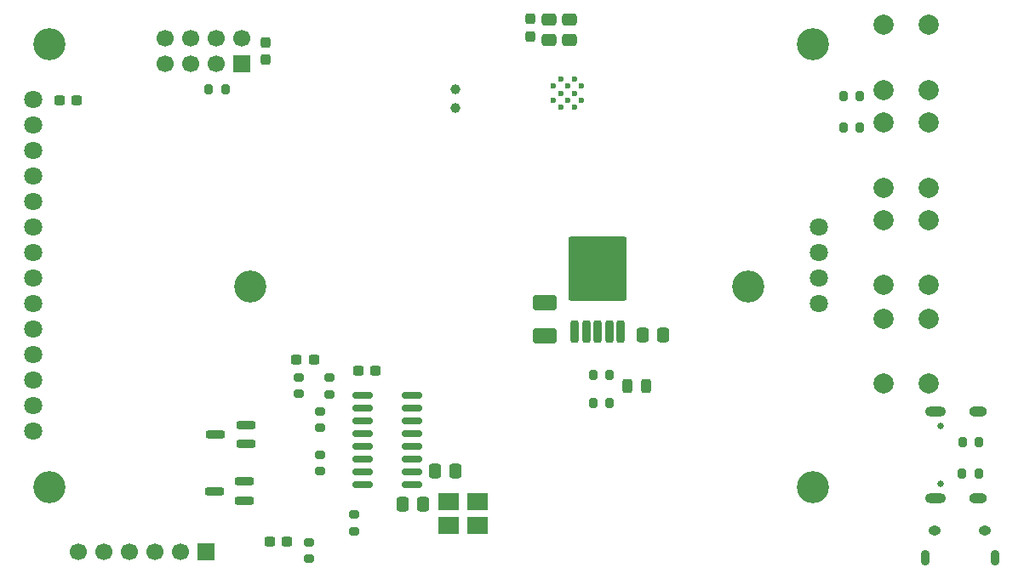
<source format=gbs>
%TF.GenerationSoftware,KiCad,Pcbnew,9.0.1*%
%TF.CreationDate,2025-11-26T22:59:04+01:00*%
%TF.ProjectId,stacja_pogody_modu__wew,73746163-6a61-45f7-906f-676f64795f6d,rev?*%
%TF.SameCoordinates,Original*%
%TF.FileFunction,Soldermask,Bot*%
%TF.FilePolarity,Negative*%
%FSLAX46Y46*%
G04 Gerber Fmt 4.6, Leading zero omitted, Abs format (unit mm)*
G04 Created by KiCad (PCBNEW 9.0.1) date 2025-11-26 22:59:04*
%MOMM*%
%LPD*%
G01*
G04 APERTURE LIST*
G04 Aperture macros list*
%AMRoundRect*
0 Rectangle with rounded corners*
0 $1 Rounding radius*
0 $2 $3 $4 $5 $6 $7 $8 $9 X,Y pos of 4 corners*
0 Add a 4 corners polygon primitive as box body*
4,1,4,$2,$3,$4,$5,$6,$7,$8,$9,$2,$3,0*
0 Add four circle primitives for the rounded corners*
1,1,$1+$1,$2,$3*
1,1,$1+$1,$4,$5*
1,1,$1+$1,$6,$7*
1,1,$1+$1,$8,$9*
0 Add four rect primitives between the rounded corners*
20,1,$1+$1,$2,$3,$4,$5,0*
20,1,$1+$1,$4,$5,$6,$7,0*
20,1,$1+$1,$6,$7,$8,$9,0*
20,1,$1+$1,$8,$9,$2,$3,0*%
G04 Aperture macros list end*
%ADD10C,3.200000*%
%ADD11R,1.700000X1.700000*%
%ADD12C,1.700000*%
%ADD13C,2.000000*%
%ADD14C,1.000000*%
%ADD15C,0.650000*%
%ADD16O,2.100000X1.000000*%
%ADD17O,1.800000X1.000000*%
%ADD18O,0.890000X1.550000*%
%ADD19O,1.250000X0.950000*%
%ADD20RoundRect,0.200000X0.200000X0.275000X-0.200000X0.275000X-0.200000X-0.275000X0.200000X-0.275000X0*%
%ADD21RoundRect,0.200000X0.275000X-0.200000X0.275000X0.200000X-0.275000X0.200000X-0.275000X-0.200000X0*%
%ADD22RoundRect,0.200000X0.750000X0.200000X-0.750000X0.200000X-0.750000X-0.200000X0.750000X-0.200000X0*%
%ADD23RoundRect,0.250000X0.337500X0.475000X-0.337500X0.475000X-0.337500X-0.475000X0.337500X-0.475000X0*%
%ADD24RoundRect,0.250000X-0.475000X0.337500X-0.475000X-0.337500X0.475000X-0.337500X0.475000X0.337500X0*%
%ADD25RoundRect,0.237500X0.300000X0.237500X-0.300000X0.237500X-0.300000X-0.237500X0.300000X-0.237500X0*%
%ADD26RoundRect,0.237500X-0.300000X-0.237500X0.300000X-0.237500X0.300000X0.237500X-0.300000X0.237500X0*%
%ADD27RoundRect,0.237500X0.237500X-0.300000X0.237500X0.300000X-0.237500X0.300000X-0.237500X-0.300000X0*%
%ADD28RoundRect,0.200000X-0.200000X-0.275000X0.200000X-0.275000X0.200000X0.275000X-0.200000X0.275000X0*%
%ADD29RoundRect,0.237500X-0.237500X0.300000X-0.237500X-0.300000X0.237500X-0.300000X0.237500X0.300000X0*%
%ADD30RoundRect,0.200000X-0.275000X0.200000X-0.275000X-0.200000X0.275000X-0.200000X0.275000X0.200000X0*%
%ADD31RoundRect,0.250000X-0.337500X-0.475000X0.337500X-0.475000X0.337500X0.475000X-0.337500X0.475000X0*%
%ADD32RoundRect,0.200000X0.200000X-0.900000X0.200000X0.900000X-0.200000X0.900000X-0.200000X-0.900000X0*%
%ADD33RoundRect,0.249997X2.650003X-2.950003X2.650003X2.950003X-2.650003X2.950003X-2.650003X-2.950003X0*%
%ADD34RoundRect,0.250001X0.944999X-0.507499X0.944999X0.507499X-0.944999X0.507499X-0.944999X-0.507499X0*%
%ADD35RoundRect,0.243750X0.243750X0.456250X-0.243750X0.456250X-0.243750X-0.456250X0.243750X-0.456250X0*%
%ADD36R,2.100000X1.800000*%
%ADD37RoundRect,0.150000X0.825000X0.150000X-0.825000X0.150000X-0.825000X-0.150000X0.825000X-0.150000X0*%
%ADD38C,1.800000*%
%ADD39C,0.600000*%
G04 APERTURE END LIST*
D10*
%TO.C,H2*%
X174500000Y-87000000D03*
%TD*%
D11*
%TO.C,J2*%
X120620000Y-113440000D03*
D12*
X118080000Y-113440000D03*
X115540000Y-113440000D03*
X113000000Y-113440000D03*
X110460000Y-113440000D03*
X107920000Y-113440000D03*
%TD*%
D13*
%TO.C,SW4*%
X192440000Y-90190000D03*
X192440000Y-96690000D03*
X187940000Y-90190000D03*
X187940000Y-96690000D03*
%TD*%
D14*
%TO.C,Y2*%
X145360000Y-67370000D03*
X145360000Y-69270000D03*
%TD*%
D13*
%TO.C,SW3*%
X192480000Y-80370000D03*
X192480000Y-86870000D03*
X187980000Y-80370000D03*
X187980000Y-86870000D03*
%TD*%
%TO.C,SW2*%
X187990000Y-67460000D03*
X187990000Y-60960000D03*
X192490000Y-67460000D03*
X192490000Y-60960000D03*
%TD*%
D10*
%TO.C,H1*%
X125000000Y-87000000D03*
%TD*%
D15*
%TO.C,J3*%
X193675000Y-106650000D03*
X193675000Y-100870000D03*
D16*
X193175000Y-108080000D03*
D17*
X197355000Y-108080000D03*
D16*
X193175000Y-99440000D03*
D17*
X197355000Y-99440000D03*
%TD*%
D18*
%TO.C,J1*%
X192090000Y-113990000D03*
D19*
X193090000Y-111290000D03*
X198090000Y-111290000D03*
D18*
X199090000Y-113990000D03*
%TD*%
D13*
%TO.C,SW1*%
X187990000Y-77180000D03*
X187990000Y-70680000D03*
X192490000Y-77180000D03*
X192490000Y-70680000D03*
%TD*%
D20*
%TO.C,R5*%
X197455000Y-105670000D03*
X195805000Y-105670000D03*
%TD*%
%TO.C,R2*%
X185625000Y-71140000D03*
X183975000Y-71140000D03*
%TD*%
D21*
%TO.C,R9*%
X131940000Y-101095000D03*
X131940000Y-99445000D03*
%TD*%
%TO.C,R8*%
X131910000Y-105405000D03*
X131910000Y-103755000D03*
%TD*%
D22*
%TO.C,Q1*%
X124430000Y-106440000D03*
X124430000Y-108340000D03*
X121430000Y-107390000D03*
%TD*%
D20*
%TO.C,R18*%
X122495000Y-67390000D03*
X120845000Y-67390000D03*
%TD*%
D23*
%TO.C,C9*%
X142197500Y-108690000D03*
X140122500Y-108690000D03*
%TD*%
D24*
%TO.C,C5*%
X156700000Y-60402500D03*
X156700000Y-62477500D03*
%TD*%
D25*
%TO.C,C13*%
X131302500Y-94310000D03*
X129577500Y-94310000D03*
%TD*%
%TO.C,C7*%
X107712500Y-68510000D03*
X105987500Y-68510000D03*
%TD*%
D26*
%TO.C,C11*%
X135747500Y-95410000D03*
X137472500Y-95410000D03*
%TD*%
D11*
%TO.C,U5*%
X124170000Y-64840000D03*
D12*
X124170000Y-62300000D03*
X121630000Y-64840000D03*
X121630000Y-62300000D03*
X119090000Y-64840000D03*
X119090000Y-62300000D03*
X116550000Y-64840000D03*
X116550000Y-62300000D03*
%TD*%
D27*
%TO.C,C6*%
X126550000Y-64430000D03*
X126550000Y-62705000D03*
%TD*%
D28*
%TO.C,R7*%
X159065000Y-95860000D03*
X160715000Y-95860000D03*
%TD*%
D29*
%TO.C,C2*%
X152840000Y-60357500D03*
X152840000Y-62082500D03*
%TD*%
D30*
%TO.C,R12*%
X129830000Y-96050000D03*
X129830000Y-97700000D03*
%TD*%
D21*
%TO.C,R10*%
X132820000Y-97765000D03*
X132820000Y-96115000D03*
%TD*%
%TO.C,R11*%
X135340000Y-111375000D03*
X135340000Y-109725000D03*
%TD*%
D22*
%TO.C,Q2*%
X124520000Y-100790000D03*
X124520000Y-102690000D03*
X121520000Y-101740000D03*
%TD*%
D20*
%TO.C,R4*%
X185635000Y-68070000D03*
X183985000Y-68070000D03*
%TD*%
D23*
%TO.C,C10*%
X166057500Y-91870000D03*
X163982500Y-91870000D03*
%TD*%
D28*
%TO.C,R15*%
X159085000Y-98640000D03*
X160735000Y-98640000D03*
%TD*%
D31*
%TO.C,C8*%
X143342500Y-105420000D03*
X145417500Y-105420000D03*
%TD*%
D32*
%TO.C,U7*%
X161835000Y-91505000D03*
X160695000Y-91505000D03*
X159555000Y-91505000D03*
D33*
X159555000Y-85205000D03*
D32*
X158415000Y-91505000D03*
X157275000Y-91505000D03*
%TD*%
D20*
%TO.C,R6*%
X197500000Y-102480000D03*
X195850000Y-102480000D03*
%TD*%
D30*
%TO.C,R14*%
X130800000Y-112495000D03*
X130800000Y-114145000D03*
%TD*%
D34*
%TO.C,C12*%
X154270000Y-91885000D03*
X154270000Y-88630000D03*
%TD*%
D35*
%TO.C,D2*%
X164387500Y-96930000D03*
X162512500Y-96930000D03*
%TD*%
D24*
%TO.C,C4*%
X154670000Y-60402500D03*
X154670000Y-62477500D03*
%TD*%
D36*
%TO.C,Y1*%
X144680000Y-108470000D03*
X147580000Y-108470000D03*
X147580000Y-110770000D03*
X144680000Y-110770000D03*
%TD*%
D37*
%TO.C,U6*%
X141090000Y-97830000D03*
X141090000Y-99100000D03*
X141090000Y-100370000D03*
X141090000Y-101640000D03*
X141090000Y-102910000D03*
X141090000Y-104180000D03*
X141090000Y-105450000D03*
X141090000Y-106720000D03*
X136140000Y-106720000D03*
X136140000Y-105450000D03*
X136140000Y-104180000D03*
X136140000Y-102910000D03*
X136140000Y-101640000D03*
X136140000Y-100370000D03*
X136140000Y-99100000D03*
X136140000Y-97830000D03*
%TD*%
D25*
%TO.C,C14*%
X128662500Y-112420000D03*
X126937500Y-112420000D03*
%TD*%
D10*
%TO.C,U3*%
X180918400Y-106995026D03*
X180918044Y-62894849D03*
X105024743Y-62907515D03*
X105018400Y-106995026D03*
D38*
X103419672Y-68399569D03*
X103419672Y-70939569D03*
X103419672Y-73479569D03*
X103419672Y-76019569D03*
X103419672Y-78559569D03*
X103419672Y-81099569D03*
X103419672Y-83639569D03*
X103419672Y-86179569D03*
X103419672Y-88719569D03*
X103419672Y-91259569D03*
X103419672Y-93799569D03*
X103419672Y-96339569D03*
X103419672Y-98879569D03*
X103419672Y-101419569D03*
X181518044Y-81099849D03*
X181518044Y-83639849D03*
X181518044Y-86179849D03*
X181518044Y-88719849D03*
%TD*%
D39*
%TO.C,U2*%
X155160000Y-67070000D03*
X155160000Y-68470000D03*
X155860000Y-66370000D03*
X155860000Y-67770000D03*
X155860000Y-69170000D03*
X156560000Y-67070000D03*
X156560000Y-68470000D03*
X157260000Y-66370000D03*
X157260000Y-67770000D03*
X157260000Y-69170000D03*
X157960000Y-67070000D03*
X157960000Y-68470000D03*
%TD*%
M02*

</source>
